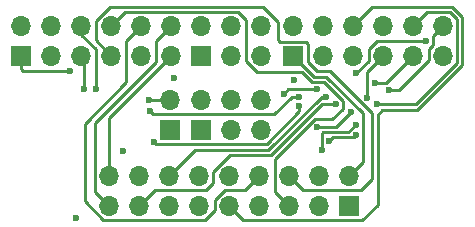
<source format=gbl>
G04 #@! TF.GenerationSoftware,KiCad,Pcbnew,7.0.6+dfsg-1*
G04 #@! TF.CreationDate,2023-08-24T12:50:21+02:00*
G04 #@! TF.ProjectId,OV7670,4f563736-3730-42e6-9b69-6361645f7063,v1.2*
G04 #@! TF.SameCoordinates,Original*
G04 #@! TF.FileFunction,Copper,L4,Bot*
G04 #@! TF.FilePolarity,Positive*
%FSLAX46Y46*%
G04 Gerber Fmt 4.6, Leading zero omitted, Abs format (unit mm)*
G04 Created by KiCad (PCBNEW 7.0.6+dfsg-1) date 2023-08-24 12:50:21*
%MOMM*%
%LPD*%
G01*
G04 APERTURE LIST*
G04 #@! TA.AperFunction,ComponentPad*
%ADD10R,1.700000X1.700000*%
G04 #@! TD*
G04 #@! TA.AperFunction,ComponentPad*
%ADD11O,1.700000X1.700000*%
G04 #@! TD*
G04 #@! TA.AperFunction,ViaPad*
%ADD12C,0.600000*%
G04 #@! TD*
G04 #@! TA.AperFunction,Conductor*
%ADD13C,0.250000*%
G04 #@! TD*
G04 APERTURE END LIST*
D10*
X57550000Y-35510000D03*
D11*
X57550000Y-32970000D03*
X60090000Y-35510000D03*
X60090000Y-32970000D03*
X62630000Y-35510000D03*
X62630000Y-32970000D03*
X65170000Y-35510000D03*
X65170000Y-32970000D03*
X67710000Y-35510000D03*
X67710000Y-32970000D03*
X70250000Y-35510000D03*
X70250000Y-32970000D03*
D10*
X80550000Y-35510000D03*
D11*
X80550000Y-32970000D03*
X83090000Y-35510000D03*
X83090000Y-32970000D03*
X85630000Y-35510000D03*
X85630000Y-32970000D03*
X88170000Y-35510000D03*
X88170000Y-32970000D03*
X90710000Y-35510000D03*
X90710000Y-32970000D03*
X93250000Y-35510000D03*
X93250000Y-32970000D03*
D10*
X72800000Y-35510000D03*
D11*
X72800000Y-32970000D03*
X75340000Y-35510000D03*
X75340000Y-32970000D03*
X77880000Y-35510000D03*
X77880000Y-32970000D03*
D10*
X72800000Y-41760000D03*
D11*
X72800000Y-39220000D03*
X75340000Y-41760000D03*
X75340000Y-39220000D03*
X77880000Y-41760000D03*
X77880000Y-39220000D03*
D10*
X70150000Y-41760000D03*
D11*
X70150000Y-39220000D03*
D10*
X85300000Y-48234000D03*
D11*
X85300000Y-45694000D03*
X82760000Y-48234000D03*
X82760000Y-45694000D03*
X80220000Y-48234000D03*
X80220000Y-45694000D03*
X77680000Y-48234000D03*
X77680000Y-45694000D03*
X75140000Y-48234000D03*
X75140000Y-45694000D03*
X72600000Y-48234000D03*
X72600000Y-45694000D03*
X70060000Y-48234000D03*
X70060000Y-45694000D03*
X67520000Y-48234000D03*
X67520000Y-45694000D03*
X64980000Y-48234000D03*
X64980000Y-45694000D03*
D12*
X61650000Y-36760000D03*
X68377707Y-39220000D03*
X66150000Y-43560000D03*
X62157707Y-49214988D03*
X70450000Y-37360000D03*
X80650000Y-37560000D03*
X68816347Y-42776348D03*
X62812000Y-38328000D03*
X81092207Y-39752003D03*
X68478348Y-40184347D03*
X63828000Y-38328000D03*
X81092207Y-38952500D03*
X83633207Y-42734988D03*
X85850523Y-42222585D03*
X85461118Y-40241577D03*
X86837806Y-39060685D03*
X82609296Y-41526577D03*
X87462306Y-37811685D03*
X83307707Y-38953010D03*
X82997707Y-43509488D03*
X87658633Y-39565352D03*
X85850523Y-41325633D03*
X79757707Y-38734988D03*
X82618132Y-38327018D03*
X85917707Y-36974988D03*
X91768000Y-34264000D03*
X88673207Y-38433635D03*
X84149769Y-39600437D03*
D13*
X76607707Y-32498705D02*
X75904001Y-31794999D01*
X76607707Y-35976709D02*
X76607707Y-32498705D01*
X84774770Y-39963071D02*
X84774770Y-39322051D01*
X82127408Y-37702998D02*
X81309398Y-36884988D01*
X84774770Y-39322051D02*
X83155717Y-37702998D01*
X83155717Y-37702998D02*
X82127408Y-37702998D01*
X81309398Y-36884988D02*
X77515986Y-36884988D01*
X75904001Y-31794999D02*
X66345001Y-31794999D01*
X83889829Y-40848012D02*
X84774770Y-39963071D01*
X77515986Y-36884988D02*
X76607707Y-35976709D01*
X82404683Y-40848012D02*
X83889829Y-40848012D01*
X79044999Y-44207696D02*
X82404683Y-40848012D01*
X79044999Y-47058999D02*
X79044999Y-44207696D01*
X80220000Y-48234000D02*
X79044999Y-47058999D01*
X66345001Y-31794999D02*
X65170000Y-32970000D01*
X79267707Y-32618705D02*
X77993990Y-31344988D01*
X86283694Y-46869001D02*
X87257707Y-45894988D01*
X83685695Y-36802976D02*
X82597689Y-36802976D01*
X81395001Y-46869001D02*
X86283694Y-46869001D01*
X79439999Y-34334999D02*
X79267707Y-34162707D01*
X81827707Y-34502705D02*
X81660001Y-34334999D01*
X81660001Y-34334999D02*
X79439999Y-34334999D01*
X79267707Y-34162707D02*
X79267707Y-32618705D01*
X81827707Y-36032994D02*
X81827707Y-34502705D01*
X82597689Y-36802976D02*
X81827707Y-36032994D01*
X87257707Y-45894988D02*
X87257707Y-40374988D01*
X87257707Y-40374988D02*
X83685695Y-36802976D01*
X77993990Y-31344988D02*
X65056010Y-31344988D01*
X80220000Y-45694000D02*
X81395001Y-46869001D01*
X65056010Y-31344988D02*
X63847707Y-32553291D01*
X63847707Y-32553291D02*
X63847707Y-34187707D01*
X63847707Y-34187707D02*
X65170000Y-35510000D01*
X70250000Y-32970000D02*
X68937707Y-34282293D01*
X63804999Y-41145000D02*
X63804999Y-47058999D01*
X68937707Y-34282293D02*
X68937707Y-36012292D01*
X68937707Y-36012292D02*
X63804999Y-41145000D01*
X63804999Y-47058999D02*
X64980000Y-48234000D01*
X63828000Y-38328000D02*
X63828000Y-34915281D01*
X63828000Y-34915281D02*
X62630000Y-33717281D01*
X62630000Y-33717281D02*
X62630000Y-32970000D01*
X82997707Y-43509488D02*
X82997707Y-42022050D01*
X83074769Y-41944988D02*
X85231168Y-41944988D01*
X82997707Y-42022050D02*
X83074769Y-41944988D01*
X85231168Y-41944988D02*
X85850523Y-41325633D01*
X83633207Y-42734988D02*
X83973207Y-42394988D01*
X83973207Y-42394988D02*
X85678120Y-42394988D01*
X85678120Y-42394988D02*
X85850523Y-42222585D01*
X85300000Y-45694000D02*
X85300000Y-45682695D01*
X85300000Y-45682695D02*
X86475023Y-44507672D01*
X86475023Y-44507672D02*
X86475023Y-40372304D01*
X86475023Y-40372304D02*
X83355706Y-37252987D01*
X80570821Y-35510000D02*
X80550000Y-35510000D01*
X83355706Y-37252987D02*
X82313808Y-37252987D01*
X82313808Y-37252987D02*
X80570821Y-35510000D01*
X75140000Y-48234000D02*
X76315001Y-49409001D01*
X76315001Y-49409001D02*
X86410001Y-49409001D01*
X91029413Y-40106000D02*
X94875012Y-36260401D01*
X94875012Y-32219599D02*
X94000401Y-31344988D01*
X86410001Y-49409001D02*
X87707707Y-48111295D01*
X87707707Y-48111295D02*
X87707707Y-40524988D01*
X87255012Y-31344988D02*
X85630000Y-32970000D01*
X87707707Y-40524988D02*
X88126695Y-40106000D01*
X88126695Y-40106000D02*
X91029413Y-40106000D01*
X94875012Y-36260401D02*
X94875012Y-32219599D01*
X94000401Y-31344988D02*
X87255012Y-31344988D01*
X82609296Y-41526577D02*
X82640885Y-41494988D01*
X82640885Y-41494988D02*
X84207707Y-41494988D01*
X84207707Y-41494988D02*
X85461118Y-40241577D01*
X68816347Y-42776348D02*
X68975000Y-42935000D01*
X68975000Y-42935000D02*
X78366701Y-42935000D01*
X78366701Y-42935000D02*
X81092207Y-40209494D01*
X81092207Y-40209494D02*
X81092207Y-39752003D01*
X83307707Y-38953010D02*
X82985087Y-38953010D01*
X82985087Y-38953010D02*
X78472108Y-43465989D01*
X78472108Y-43465989D02*
X72288011Y-43465989D01*
X72288011Y-43465989D02*
X70060000Y-45694000D01*
X67520000Y-48234000D02*
X68884999Y-46869001D01*
X68884999Y-46869001D02*
X73164001Y-46869001D01*
X78658493Y-43916000D02*
X82976483Y-39598010D01*
X73164001Y-46869001D02*
X73775001Y-46258001D01*
X73775001Y-46258001D02*
X73775001Y-45319997D01*
X73775001Y-45319997D02*
X75178998Y-43916000D01*
X75178998Y-43916000D02*
X78658493Y-43916000D01*
X82976483Y-39598010D02*
X84147342Y-39598010D01*
X84147342Y-39598010D02*
X84149769Y-39600437D01*
X67710000Y-32970000D02*
X66437707Y-34242293D01*
X66437707Y-37714988D02*
X62917707Y-41234988D01*
X73086701Y-49409000D02*
X73965000Y-48530701D01*
X66437707Y-34242293D02*
X66437707Y-37714988D01*
X62917707Y-47833408D02*
X64493299Y-49409000D01*
X62917707Y-41234988D02*
X62917707Y-47833408D01*
X64493299Y-49409000D02*
X73086701Y-49409000D01*
X73965000Y-48530701D02*
X73965000Y-47701707D01*
X73965000Y-47701707D02*
X74797707Y-46869000D01*
X74797707Y-46869000D02*
X76505000Y-46869000D01*
X76505000Y-46869000D02*
X77680000Y-45694000D01*
X70250000Y-35510000D02*
X64980000Y-40780000D01*
X64980000Y-40780000D02*
X64980000Y-45694000D01*
X68478348Y-40184347D02*
X68689001Y-40395001D01*
X68689001Y-40395001D02*
X78981578Y-40395001D01*
X78981578Y-40395001D02*
X80424079Y-38952500D01*
X80424079Y-38952500D02*
X81092207Y-38952500D01*
X68377707Y-39220000D02*
X70150000Y-39220000D01*
X87462306Y-37811685D02*
X88408315Y-37811685D01*
X88408315Y-37811685D02*
X90710000Y-35510000D01*
X86837806Y-39060685D02*
X86837806Y-36842194D01*
X86837806Y-36842194D02*
X88170000Y-35510000D01*
X86994999Y-34945999D02*
X87676998Y-34264000D01*
X86994999Y-35897696D02*
X86994999Y-34945999D01*
X85917707Y-36974988D02*
X86994999Y-35897696D01*
X87676998Y-34264000D02*
X91768000Y-34264000D01*
X89525367Y-38433635D02*
X92074999Y-35884003D01*
X92074999Y-34882005D02*
X92400001Y-34557003D01*
X92400001Y-33819999D02*
X93250000Y-32970000D01*
X88673207Y-38433635D02*
X89525367Y-38433635D01*
X92074999Y-35884003D02*
X92074999Y-34882005D01*
X92400001Y-34557003D02*
X92400001Y-33819999D01*
X82618132Y-38327018D02*
X80165677Y-38327018D01*
X80165677Y-38327018D02*
X79757707Y-38734988D01*
X57700000Y-36760000D02*
X61650000Y-36760000D01*
X57550000Y-36610000D02*
X57700000Y-36760000D01*
X57550000Y-35510000D02*
X57550000Y-36610000D01*
X62812000Y-35692000D02*
X62630000Y-35510000D01*
X62812000Y-38328000D02*
X62812000Y-35692000D01*
X94425001Y-36074001D02*
X94425001Y-32405999D01*
X87658633Y-39565352D02*
X90933650Y-39565352D01*
X90933650Y-39565352D02*
X94425001Y-36074001D01*
X91559999Y-32120001D02*
X90710000Y-32970000D01*
X91885001Y-31794999D02*
X91559999Y-32120001D01*
X94425001Y-32405999D02*
X93814001Y-31794999D01*
X93814001Y-31794999D02*
X91885001Y-31794999D01*
M02*

</source>
